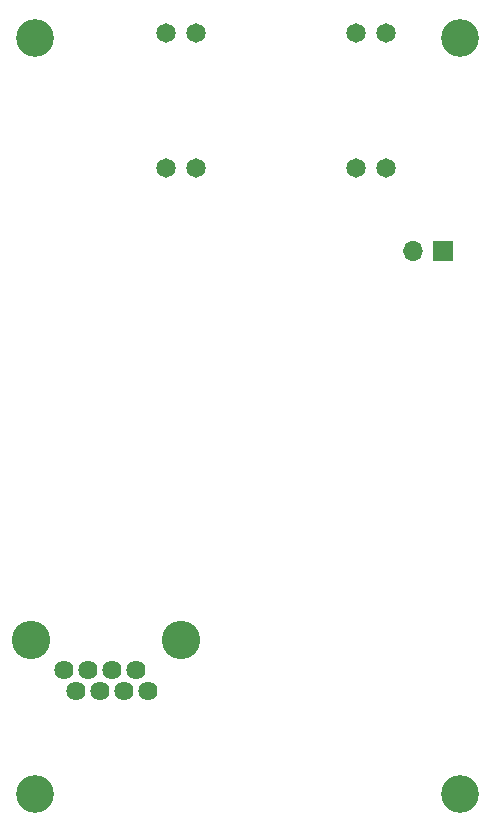
<source format=gbr>
%TF.GenerationSoftware,KiCad,Pcbnew,6.0.11+dfsg-1~bpo11+1*%
%TF.CreationDate,2024-02-01T17:53:29-05:00*%
%TF.ProjectId,POE,504f452e-6b69-4636-9164-5f7063625858,1.0.0*%
%TF.SameCoordinates,Original*%
%TF.FileFunction,Soldermask,Bot*%
%TF.FilePolarity,Negative*%
%FSLAX46Y46*%
G04 Gerber Fmt 4.6, Leading zero omitted, Abs format (unit mm)*
G04 Created by KiCad (PCBNEW 6.0.11+dfsg-1~bpo11+1) date 2024-02-01 17:53:29*
%MOMM*%
%LPD*%
G01*
G04 APERTURE LIST*
%ADD10C,3.200000*%
%ADD11C,3.251200*%
%ADD12C,1.625600*%
%ADD13R,1.700000X1.700000*%
%ADD14O,1.700000X1.700000*%
%ADD15C,1.650000*%
G04 APERTURE END LIST*
D10*
%TO.C,REF\u002A\u002A*%
X118000000Y-132000000D03*
%TD*%
D11*
%TO.C,J1*%
X81650000Y-118975000D03*
X94350000Y-118975000D03*
D12*
X84444000Y-121515000D03*
X85460000Y-123293000D03*
X86476000Y-121515000D03*
X87492000Y-123293000D03*
X88508000Y-121515000D03*
X89524000Y-123293000D03*
X90540000Y-121515000D03*
X91556000Y-123293000D03*
%TD*%
D13*
%TO.C,J2*%
X116520054Y-86000000D03*
D14*
X113980054Y-86000000D03*
%TD*%
D10*
%TO.C,REF\u002A\u002A*%
X82000000Y-132000000D03*
%TD*%
%TO.C,REF\u002A\u002A*%
X118000000Y-68000000D03*
%TD*%
D15*
%TO.C,MOD-1*%
X93090387Y-78937467D03*
X95630387Y-78937467D03*
X109200387Y-78937467D03*
X111740387Y-78937467D03*
X111740387Y-67557467D03*
X109200387Y-67557467D03*
X95630387Y-67557467D03*
X93090387Y-67557467D03*
%TD*%
D10*
%TO.C,REF\u002A\u002A*%
X82000000Y-68000000D03*
%TD*%
M02*

</source>
